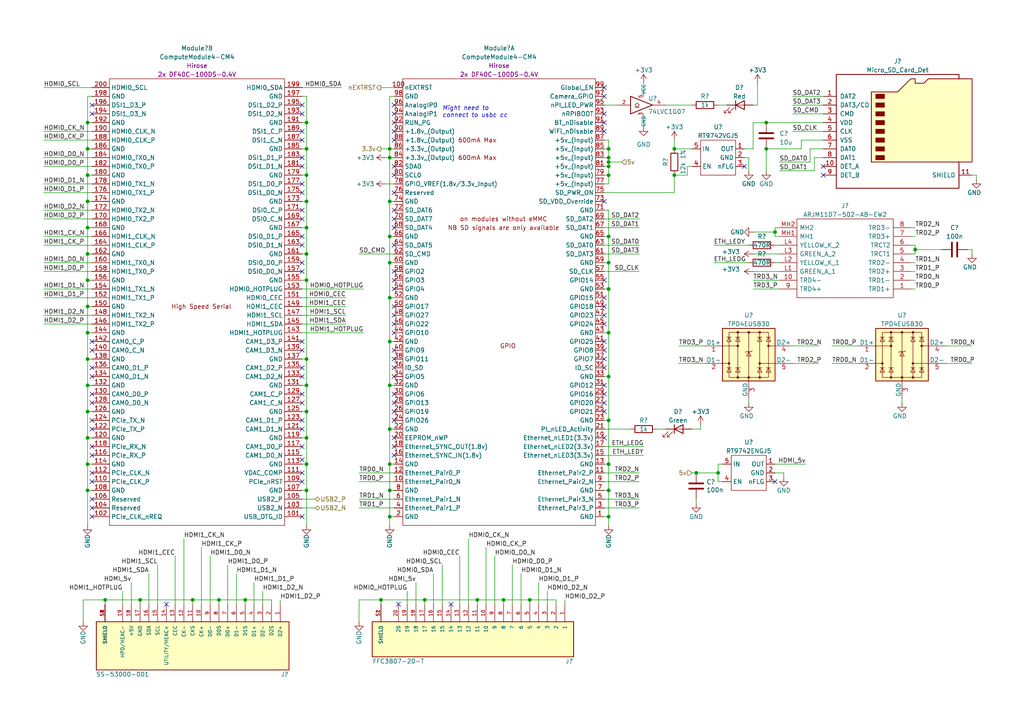
<source format=kicad_sch>
(kicad_sch (version 20210406) (generator eeschema)
  (paper "A4")
  (junction (at 25.4 35.56) (diameter 0.9144))
  (junction (at 25.4 43.18) (diameter 0.9144))
  (junction (at 25.4 50.8) (diameter 0.9144))
  (junction (at 25.4 58.42) (diameter 0.9144))
  (junction (at 25.4 66.04) (diameter 0.9144))
  (junction (at 25.4 73.66) (diameter 0.9144))
  (junction (at 25.4 81.28) (diameter 0.9144))
  (junction (at 25.4 88.9) (diameter 0.9144))
  (junction (at 25.4 96.52) (diameter 0.9144))
  (junction (at 25.4 104.14) (diameter 0.9144))
  (junction (at 25.4 111.76) (diameter 0.9144))
  (junction (at 25.4 119.38) (diameter 0.9144))
  (junction (at 25.4 127) (diameter 0.9144))
  (junction (at 25.4 134.62) (diameter 0.9144))
  (junction (at 25.4 142.24) (diameter 0.9144))
  (junction (at 30.48 173.99) (diameter 0.9144))
  (junction (at 40.64 173.99) (diameter 0.9144))
  (junction (at 55.88 173.99) (diameter 0.9144))
  (junction (at 63.5 173.99) (diameter 0.9144))
  (junction (at 71.12 173.99) (diameter 0.9144))
  (junction (at 88.9 35.56) (diameter 0.9144))
  (junction (at 88.9 43.18) (diameter 0.9144))
  (junction (at 88.9 50.8) (diameter 0.9144))
  (junction (at 88.9 58.42) (diameter 0.9144))
  (junction (at 88.9 66.04) (diameter 0.9144))
  (junction (at 88.9 73.66) (diameter 0.9144))
  (junction (at 88.9 81.28) (diameter 0.9144))
  (junction (at 88.9 104.14) (diameter 0.9144))
  (junction (at 88.9 111.76) (diameter 0.9144))
  (junction (at 88.9 119.38) (diameter 0.9144))
  (junction (at 88.9 127) (diameter 0.9144))
  (junction (at 88.9 134.62) (diameter 0.9144))
  (junction (at 88.9 142.24) (diameter 0.9144))
  (junction (at 110.49 173.99) (diameter 0.9144))
  (junction (at 113.03 43.18) (diameter 0.9144))
  (junction (at 113.03 45.72) (diameter 0.9144))
  (junction (at 113.03 58.42) (diameter 0.9144))
  (junction (at 113.03 68.58) (diameter 0.9144))
  (junction (at 113.03 76.2) (diameter 0.9144))
  (junction (at 113.03 86.36) (diameter 0.9144))
  (junction (at 113.03 99.06) (diameter 0.9144))
  (junction (at 113.03 111.76) (diameter 0.9144))
  (junction (at 113.03 124.46) (diameter 0.9144))
  (junction (at 113.03 134.62) (diameter 0.9144))
  (junction (at 113.03 142.24) (diameter 0.9144))
  (junction (at 113.03 149.86) (diameter 0.9144))
  (junction (at 123.19 173.99) (diameter 0.9144))
  (junction (at 138.43 173.99) (diameter 0.9144))
  (junction (at 146.05 173.99) (diameter 0.9144))
  (junction (at 153.67 173.99) (diameter 0.9144))
  (junction (at 176.53 43.18) (diameter 0.9144))
  (junction (at 176.53 45.72) (diameter 0.9144))
  (junction (at 176.53 46.99) (diameter 0.9144))
  (junction (at 176.53 48.26) (diameter 0.9144))
  (junction (at 176.53 50.8) (diameter 0.9144))
  (junction (at 176.53 68.58) (diameter 0.9144))
  (junction (at 176.53 76.2) (diameter 0.9144))
  (junction (at 176.53 83.82) (diameter 0.9144))
  (junction (at 176.53 96.52) (diameter 0.9144))
  (junction (at 176.53 109.22) (diameter 0.9144))
  (junction (at 176.53 121.92) (diameter 0.9144))
  (junction (at 176.53 134.62) (diameter 0.9144))
  (junction (at 176.53 142.24) (diameter 0.9144))
  (junction (at 176.53 149.86) (diameter 0.9144))
  (junction (at 195.58 43.18) (diameter 0.9144))
  (junction (at 195.58 50.8) (diameter 0.9144))
  (junction (at 201.93 137.16) (diameter 0.9144))
  (junction (at 208.28 137.16) (diameter 0.9144))
  (junction (at 222.25 35.56) (diameter 0.9144))
  (junction (at 222.25 43.18) (diameter 0.9144))
  (junction (at 224.79 67.31) (diameter 0.9144))
  (junction (at 265.43 72.39) (diameter 0.9144))
  (no_connect (at 26.67 30.48))
  (no_connect (at 26.67 33.02))
  (no_connect (at 26.67 99.06))
  (no_connect (at 26.67 101.6))
  (no_connect (at 26.67 106.68))
  (no_connect (at 26.67 109.22))
  (no_connect (at 26.67 114.3))
  (no_connect (at 26.67 116.84))
  (no_connect (at 26.67 121.92))
  (no_connect (at 26.67 124.46))
  (no_connect (at 26.67 129.54))
  (no_connect (at 26.67 132.08))
  (no_connect (at 26.67 137.16))
  (no_connect (at 26.67 139.7))
  (no_connect (at 26.67 144.78))
  (no_connect (at 26.67 147.32))
  (no_connect (at 26.67 149.86))
  (no_connect (at 48.26 175.26))
  (no_connect (at 87.63 30.48))
  (no_connect (at 87.63 33.02))
  (no_connect (at 87.63 38.1))
  (no_connect (at 87.63 40.64))
  (no_connect (at 87.63 45.72))
  (no_connect (at 87.63 48.26))
  (no_connect (at 87.63 53.34))
  (no_connect (at 87.63 55.88))
  (no_connect (at 87.63 60.96))
  (no_connect (at 87.63 63.5))
  (no_connect (at 87.63 68.58))
  (no_connect (at 87.63 71.12))
  (no_connect (at 87.63 76.2))
  (no_connect (at 87.63 78.74))
  (no_connect (at 87.63 99.06))
  (no_connect (at 87.63 101.6))
  (no_connect (at 87.63 106.68))
  (no_connect (at 87.63 109.22))
  (no_connect (at 87.63 114.3))
  (no_connect (at 87.63 116.84))
  (no_connect (at 87.63 121.92))
  (no_connect (at 87.63 124.46))
  (no_connect (at 87.63 129.54))
  (no_connect (at 87.63 133.35))
  (no_connect (at 87.63 137.16))
  (no_connect (at 87.63 139.7))
  (no_connect (at 87.63 149.86))
  (no_connect (at 114.3 30.48))
  (no_connect (at 114.3 33.02))
  (no_connect (at 114.3 35.56))
  (no_connect (at 114.3 38.1))
  (no_connect (at 114.3 40.64))
  (no_connect (at 114.3 48.26))
  (no_connect (at 114.3 50.8))
  (no_connect (at 114.3 55.88))
  (no_connect (at 114.3 60.96))
  (no_connect (at 114.3 63.5))
  (no_connect (at 114.3 66.04))
  (no_connect (at 114.3 71.12))
  (no_connect (at 114.3 78.74))
  (no_connect (at 114.3 81.28))
  (no_connect (at 114.3 83.82))
  (no_connect (at 114.3 88.9))
  (no_connect (at 114.3 91.44))
  (no_connect (at 114.3 93.98))
  (no_connect (at 114.3 96.52))
  (no_connect (at 114.3 101.6))
  (no_connect (at 114.3 104.14))
  (no_connect (at 114.3 106.68))
  (no_connect (at 114.3 109.22))
  (no_connect (at 114.3 114.3))
  (no_connect (at 114.3 116.84))
  (no_connect (at 114.3 119.38))
  (no_connect (at 114.3 121.92))
  (no_connect (at 114.3 127))
  (no_connect (at 114.3 129.54))
  (no_connect (at 114.3 132.08))
  (no_connect (at 115.57 175.26))
  (no_connect (at 130.81 175.26))
  (no_connect (at 175.26 25.4))
  (no_connect (at 175.26 27.94))
  (no_connect (at 175.26 33.02))
  (no_connect (at 175.26 35.56))
  (no_connect (at 175.26 38.1))
  (no_connect (at 175.26 58.42))
  (no_connect (at 175.26 81.28))
  (no_connect (at 175.26 86.36))
  (no_connect (at 175.26 88.9))
  (no_connect (at 175.26 91.44))
  (no_connect (at 175.26 93.98))
  (no_connect (at 175.26 99.06))
  (no_connect (at 175.26 101.6))
  (no_connect (at 175.26 104.14))
  (no_connect (at 175.26 106.68))
  (no_connect (at 175.26 111.76))
  (no_connect (at 175.26 114.3))
  (no_connect (at 175.26 116.84))
  (no_connect (at 175.26 119.38))
  (no_connect (at 175.26 127))
  (no_connect (at 215.9 48.26))
  (no_connect (at 224.79 139.7))
  (no_connect (at 238.76 48.26))
  (no_connect (at 238.76 50.8))
  (wire (pts (xy 12.7 25.4) (xy 26.67 25.4)))
  (wire (pts (xy 12.7 38.1) (xy 26.67 38.1)))
  (wire (pts (xy 12.7 40.64) (xy 26.67 40.64)))
  (wire (pts (xy 12.7 45.72) (xy 26.67 45.72)))
  (wire (pts (xy 12.7 48.26) (xy 26.67 48.26)))
  (wire (pts (xy 12.7 53.34) (xy 26.67 53.34)))
  (wire (pts (xy 12.7 55.88) (xy 26.67 55.88)))
  (wire (pts (xy 12.7 60.96) (xy 26.67 60.96)))
  (wire (pts (xy 12.7 63.5) (xy 26.67 63.5)))
  (wire (pts (xy 12.7 68.58) (xy 26.67 68.58)))
  (wire (pts (xy 12.7 71.12) (xy 26.67 71.12)))
  (wire (pts (xy 12.7 76.2) (xy 26.67 76.2)))
  (wire (pts (xy 12.7 78.74) (xy 26.67 78.74)))
  (wire (pts (xy 12.7 83.82) (xy 26.67 83.82)))
  (wire (pts (xy 12.7 86.36) (xy 26.67 86.36)))
  (wire (pts (xy 12.7 91.44) (xy 26.67 91.44)))
  (wire (pts (xy 12.7 93.98) (xy 26.67 93.98)))
  (wire (pts (xy 24.13 173.99) (xy 24.13 180.34)))
  (wire (pts (xy 25.4 27.94) (xy 25.4 35.56)))
  (wire (pts (xy 25.4 27.94) (xy 26.67 27.94)))
  (wire (pts (xy 25.4 35.56) (xy 25.4 43.18)))
  (wire (pts (xy 25.4 35.56) (xy 26.67 35.56)))
  (wire (pts (xy 25.4 43.18) (xy 25.4 50.8)))
  (wire (pts (xy 25.4 43.18) (xy 26.67 43.18)))
  (wire (pts (xy 25.4 50.8) (xy 25.4 58.42)))
  (wire (pts (xy 25.4 50.8) (xy 26.67 50.8)))
  (wire (pts (xy 25.4 58.42) (xy 25.4 66.04)))
  (wire (pts (xy 25.4 58.42) (xy 26.67 58.42)))
  (wire (pts (xy 25.4 66.04) (xy 25.4 73.66)))
  (wire (pts (xy 25.4 66.04) (xy 26.67 66.04)))
  (wire (pts (xy 25.4 73.66) (xy 25.4 81.28)))
  (wire (pts (xy 25.4 73.66) (xy 26.67 73.66)))
  (wire (pts (xy 25.4 81.28) (xy 25.4 88.9)))
  (wire (pts (xy 25.4 81.28) (xy 26.67 81.28)))
  (wire (pts (xy 25.4 88.9) (xy 25.4 96.52)))
  (wire (pts (xy 25.4 88.9) (xy 26.67 88.9)))
  (wire (pts (xy 25.4 96.52) (xy 25.4 104.14)))
  (wire (pts (xy 25.4 96.52) (xy 26.67 96.52)))
  (wire (pts (xy 25.4 104.14) (xy 25.4 111.76)))
  (wire (pts (xy 25.4 104.14) (xy 26.67 104.14)))
  (wire (pts (xy 25.4 111.76) (xy 25.4 119.38)))
  (wire (pts (xy 25.4 111.76) (xy 26.67 111.76)))
  (wire (pts (xy 25.4 119.38) (xy 25.4 127)))
  (wire (pts (xy 25.4 119.38) (xy 26.67 119.38)))
  (wire (pts (xy 25.4 127) (xy 25.4 134.62)))
  (wire (pts (xy 25.4 127) (xy 26.67 127)))
  (wire (pts (xy 25.4 134.62) (xy 25.4 142.24)))
  (wire (pts (xy 25.4 134.62) (xy 26.67 134.62)))
  (wire (pts (xy 25.4 142.24) (xy 25.4 152.4)))
  (wire (pts (xy 25.4 142.24) (xy 26.67 142.24)))
  (wire (pts (xy 30.48 173.99) (xy 24.13 173.99)))
  (wire (pts (xy 30.48 173.99) (xy 40.64 173.99)))
  (wire (pts (xy 30.48 175.26) (xy 30.48 173.99)))
  (wire (pts (xy 35.56 171.45) (xy 35.56 175.26)))
  (wire (pts (xy 38.1 168.91) (xy 38.1 175.26)))
  (wire (pts (xy 40.64 173.99) (xy 40.64 175.26)))
  (wire (pts (xy 40.64 173.99) (xy 55.88 173.99)))
  (wire (pts (xy 43.18 166.37) (xy 43.18 175.26)))
  (wire (pts (xy 45.72 163.83) (xy 45.72 175.26)))
  (wire (pts (xy 50.8 161.29) (xy 50.8 175.26)))
  (wire (pts (xy 53.34 156.21) (xy 53.34 175.26)))
  (wire (pts (xy 55.88 173.99) (xy 55.88 175.26)))
  (wire (pts (xy 55.88 173.99) (xy 63.5 173.99)))
  (wire (pts (xy 58.42 158.75) (xy 58.42 175.26)))
  (wire (pts (xy 60.96 175.26) (xy 60.96 161.29)))
  (wire (pts (xy 63.5 173.99) (xy 63.5 175.26)))
  (wire (pts (xy 63.5 173.99) (xy 71.12 173.99)))
  (wire (pts (xy 66.04 163.83) (xy 66.04 175.26)))
  (wire (pts (xy 68.58 166.37) (xy 68.58 175.26)))
  (wire (pts (xy 71.12 173.99) (xy 71.12 175.26)))
  (wire (pts (xy 71.12 173.99) (xy 78.74 173.99)))
  (wire (pts (xy 73.66 168.91) (xy 73.66 175.26)))
  (wire (pts (xy 76.2 171.45) (xy 76.2 175.26)))
  (wire (pts (xy 78.74 175.26) (xy 78.74 173.99)))
  (wire (pts (xy 81.28 173.99) (xy 81.28 175.26)))
  (wire (pts (xy 87.63 25.4) (xy 99.06 25.4)))
  (wire (pts (xy 87.63 27.94) (xy 88.9 27.94)))
  (wire (pts (xy 87.63 35.56) (xy 88.9 35.56)))
  (wire (pts (xy 87.63 43.18) (xy 88.9 43.18)))
  (wire (pts (xy 87.63 50.8) (xy 88.9 50.8)))
  (wire (pts (xy 87.63 58.42) (xy 88.9 58.42)))
  (wire (pts (xy 87.63 66.04) (xy 88.9 66.04)))
  (wire (pts (xy 87.63 73.66) (xy 88.9 73.66)))
  (wire (pts (xy 87.63 81.28) (xy 88.9 81.28)))
  (wire (pts (xy 87.63 83.82) (xy 105.41 83.82)))
  (wire (pts (xy 87.63 86.36) (xy 100.33 86.36)))
  (wire (pts (xy 87.63 88.9) (xy 100.33 88.9)))
  (wire (pts (xy 87.63 91.44) (xy 100.33 91.44)))
  (wire (pts (xy 87.63 93.98) (xy 100.33 93.98)))
  (wire (pts (xy 87.63 96.52) (xy 105.41 96.52)))
  (wire (pts (xy 87.63 104.14) (xy 88.9 104.14)))
  (wire (pts (xy 87.63 111.76) (xy 88.9 111.76)))
  (wire (pts (xy 87.63 119.38) (xy 88.9 119.38)))
  (wire (pts (xy 87.63 127) (xy 88.9 127)))
  (wire (pts (xy 87.63 134.62) (xy 88.9 134.62)))
  (wire (pts (xy 87.63 142.24) (xy 88.9 142.24)))
  (wire (pts (xy 87.63 144.78) (xy 91.44 144.78)))
  (wire (pts (xy 87.63 147.32) (xy 91.44 147.32)))
  (wire (pts (xy 88.9 27.94) (xy 88.9 35.56)))
  (wire (pts (xy 88.9 35.56) (xy 88.9 43.18)))
  (wire (pts (xy 88.9 43.18) (xy 88.9 50.8)))
  (wire (pts (xy 88.9 50.8) (xy 88.9 58.42)))
  (wire (pts (xy 88.9 58.42) (xy 88.9 66.04)))
  (wire (pts (xy 88.9 66.04) (xy 88.9 73.66)))
  (wire (pts (xy 88.9 73.66) (xy 88.9 81.28)))
  (wire (pts (xy 88.9 81.28) (xy 88.9 104.14)))
  (wire (pts (xy 88.9 104.14) (xy 88.9 111.76)))
  (wire (pts (xy 88.9 111.76) (xy 88.9 119.38)))
  (wire (pts (xy 88.9 119.38) (xy 88.9 127)))
  (wire (pts (xy 88.9 127) (xy 88.9 134.62)))
  (wire (pts (xy 88.9 134.62) (xy 88.9 142.24)))
  (wire (pts (xy 88.9 142.24) (xy 88.9 152.4)))
  (wire (pts (xy 104.14 73.66) (xy 114.3 73.66)))
  (wire (pts (xy 104.14 137.16) (xy 114.3 137.16)))
  (wire (pts (xy 104.14 139.7) (xy 114.3 139.7)))
  (wire (pts (xy 104.14 144.78) (xy 114.3 144.78)))
  (wire (pts (xy 104.14 147.32) (xy 114.3 147.32)))
  (wire (pts (xy 104.14 173.99) (xy 104.14 180.34)))
  (wire (pts (xy 104.14 173.99) (xy 110.49 173.99)))
  (wire (pts (xy 110.49 25.4) (xy 114.3 25.4)))
  (wire (pts (xy 110.49 43.18) (xy 113.03 43.18)))
  (wire (pts (xy 110.49 173.99) (xy 123.19 173.99)))
  (wire (pts (xy 110.49 175.26) (xy 110.49 173.99)))
  (wire (pts (xy 111.76 45.72) (xy 113.03 45.72)))
  (wire (pts (xy 111.76 53.34) (xy 114.3 53.34)))
  (wire (pts (xy 113.03 27.94) (xy 113.03 43.18)))
  (wire (pts (xy 113.03 27.94) (xy 114.3 27.94)))
  (wire (pts (xy 113.03 43.18) (xy 113.03 45.72)))
  (wire (pts (xy 113.03 43.18) (xy 114.3 43.18)))
  (wire (pts (xy 113.03 45.72) (xy 113.03 58.42)))
  (wire (pts (xy 113.03 45.72) (xy 114.3 45.72)))
  (wire (pts (xy 113.03 58.42) (xy 113.03 68.58)))
  (wire (pts (xy 113.03 58.42) (xy 114.3 58.42)))
  (wire (pts (xy 113.03 68.58) (xy 113.03 76.2)))
  (wire (pts (xy 113.03 68.58) (xy 114.3 68.58)))
  (wire (pts (xy 113.03 76.2) (xy 113.03 86.36)))
  (wire (pts (xy 113.03 76.2) (xy 114.3 76.2)))
  (wire (pts (xy 113.03 86.36) (xy 113.03 99.06)))
  (wire (pts (xy 113.03 86.36) (xy 114.3 86.36)))
  (wire (pts (xy 113.03 99.06) (xy 113.03 111.76)))
  (wire (pts (xy 113.03 99.06) (xy 114.3 99.06)))
  (wire (pts (xy 113.03 111.76) (xy 113.03 124.46)))
  (wire (pts (xy 113.03 111.76) (xy 114.3 111.76)))
  (wire (pts (xy 113.03 124.46) (xy 113.03 134.62)))
  (wire (pts (xy 113.03 124.46) (xy 114.3 124.46)))
  (wire (pts (xy 113.03 134.62) (xy 113.03 142.24)))
  (wire (pts (xy 113.03 134.62) (xy 114.3 134.62)))
  (wire (pts (xy 113.03 142.24) (xy 113.03 149.86)))
  (wire (pts (xy 113.03 142.24) (xy 114.3 142.24)))
  (wire (pts (xy 113.03 149.86) (xy 113.03 152.4)))
  (wire (pts (xy 113.03 149.86) (xy 114.3 149.86)))
  (wire (pts (xy 118.11 171.45) (xy 118.11 175.26)))
  (wire (pts (xy 120.65 168.91) (xy 120.65 175.26)))
  (wire (pts (xy 123.19 175.26) (xy 123.19 173.99)))
  (wire (pts (xy 125.73 166.37) (xy 125.73 175.26)))
  (wire (pts (xy 128.27 163.83) (xy 128.27 175.26)))
  (wire (pts (xy 133.35 161.29) (xy 133.35 175.26)))
  (wire (pts (xy 135.89 156.21) (xy 135.89 175.26)))
  (wire (pts (xy 138.43 173.99) (xy 123.19 173.99)))
  (wire (pts (xy 138.43 173.99) (xy 138.43 175.26)))
  (wire (pts (xy 140.97 158.75) (xy 140.97 175.26)))
  (wire (pts (xy 143.51 175.26) (xy 143.51 161.29)))
  (wire (pts (xy 146.05 173.99) (xy 138.43 173.99)))
  (wire (pts (xy 146.05 173.99) (xy 146.05 175.26)))
  (wire (pts (xy 148.59 163.83) (xy 148.59 175.26)))
  (wire (pts (xy 151.13 166.37) (xy 151.13 175.26)))
  (wire (pts (xy 153.67 173.99) (xy 146.05 173.99)))
  (wire (pts (xy 153.67 173.99) (xy 161.29 173.99)))
  (wire (pts (xy 153.67 175.26) (xy 153.67 173.99)))
  (wire (pts (xy 156.21 168.91) (xy 156.21 175.26)))
  (wire (pts (xy 158.75 171.45) (xy 158.75 175.26)))
  (wire (pts (xy 161.29 175.26) (xy 161.29 173.99)))
  (wire (pts (xy 163.83 173.99) (xy 163.83 175.26)))
  (wire (pts (xy 175.26 30.48) (xy 179.07 30.48)))
  (wire (pts (xy 175.26 40.64) (xy 176.53 40.64)))
  (wire (pts (xy 175.26 43.18) (xy 176.53 43.18)))
  (wire (pts (xy 175.26 45.72) (xy 176.53 45.72)))
  (wire (pts (xy 175.26 48.26) (xy 176.53 48.26)))
  (wire (pts (xy 175.26 50.8) (xy 176.53 50.8)))
  (wire (pts (xy 175.26 55.88) (xy 195.58 55.88)))
  (wire (pts (xy 175.26 63.5) (xy 185.42 63.5)))
  (wire (pts (xy 175.26 66.04) (xy 185.42 66.04)))
  (wire (pts (xy 175.26 71.12) (xy 185.42 71.12)))
  (wire (pts (xy 175.26 73.66) (xy 185.42 73.66)))
  (wire (pts (xy 175.26 78.74) (xy 185.42 78.74)))
  (wire (pts (xy 175.26 121.92) (xy 176.53 121.92)))
  (wire (pts (xy 175.26 124.46) (xy 182.88 124.46)))
  (wire (pts (xy 175.26 129.54) (xy 186.69 129.54)))
  (wire (pts (xy 175.26 132.08) (xy 186.69 132.08)))
  (wire (pts (xy 175.26 137.16) (xy 185.42 137.16)))
  (wire (pts (xy 175.26 139.7) (xy 185.42 139.7)))
  (wire (pts (xy 175.26 144.78) (xy 185.42 144.78)))
  (wire (pts (xy 175.26 147.32) (xy 185.42 147.32)))
  (wire (pts (xy 176.53 40.64) (xy 176.53 43.18)))
  (wire (pts (xy 176.53 43.18) (xy 176.53 45.72)))
  (wire (pts (xy 176.53 45.72) (xy 176.53 46.99)))
  (wire (pts (xy 176.53 46.99) (xy 176.53 48.26)))
  (wire (pts (xy 176.53 46.99) (xy 180.34 46.99)))
  (wire (pts (xy 176.53 48.26) (xy 176.53 50.8)))
  (wire (pts (xy 176.53 50.8) (xy 176.53 53.34)))
  (wire (pts (xy 176.53 53.34) (xy 175.26 53.34)))
  (wire (pts (xy 176.53 60.96) (xy 175.26 60.96)))
  (wire (pts (xy 176.53 60.96) (xy 176.53 68.58)))
  (wire (pts (xy 176.53 68.58) (xy 175.26 68.58)))
  (wire (pts (xy 176.53 68.58) (xy 176.53 76.2)))
  (wire (pts (xy 176.53 76.2) (xy 175.26 76.2)))
  (wire (pts (xy 176.53 76.2) (xy 176.53 83.82)))
  (wire (pts (xy 176.53 83.82) (xy 175.26 83.82)))
  (wire (pts (xy 176.53 83.82) (xy 176.53 96.52)))
  (wire (pts (xy 176.53 96.52) (xy 175.26 96.52)))
  (wire (pts (xy 176.53 96.52) (xy 176.53 109.22)))
  (wire (pts (xy 176.53 109.22) (xy 175.26 109.22)))
  (wire (pts (xy 176.53 109.22) (xy 176.53 121.92)))
  (wire (pts (xy 176.53 121.92) (xy 176.53 134.62)))
  (wire (pts (xy 176.53 134.62) (xy 175.26 134.62)))
  (wire (pts (xy 176.53 134.62) (xy 176.53 142.24)))
  (wire (pts (xy 176.53 142.24) (xy 175.26 142.24)))
  (wire (pts (xy 176.53 142.24) (xy 176.53 149.86)))
  (wire (pts (xy 176.53 149.86) (xy 175.26 149.86)))
  (wire (pts (xy 176.53 149.86) (xy 176.53 152.4)))
  (wire (pts (xy 186.69 24.13) (xy 186.69 27.94)))
  (wire (pts (xy 186.69 33.02) (xy 186.69 36.83)))
  (wire (pts (xy 190.5 124.46) (xy 193.04 124.46)))
  (wire (pts (xy 193.04 30.48) (xy 200.66 30.48)))
  (wire (pts (xy 195.58 40.64) (xy 195.58 43.18)))
  (wire (pts (xy 195.58 43.18) (xy 200.66 43.18)))
  (wire (pts (xy 195.58 50.8) (xy 199.39 50.8)))
  (wire (pts (xy 195.58 55.88) (xy 195.58 50.8)))
  (wire (pts (xy 196.85 100.33) (xy 204.47 100.33)))
  (wire (pts (xy 196.85 105.41) (xy 204.47 105.41)))
  (wire (pts (xy 199.39 48.26) (xy 200.66 48.26)))
  (wire (pts (xy 199.39 50.8) (xy 199.39 48.26)))
  (wire (pts (xy 200.66 124.46) (xy 203.2 124.46)))
  (wire (pts (xy 200.66 137.16) (xy 201.93 137.16)))
  (wire (pts (xy 201.93 137.16) (xy 208.28 137.16)))
  (wire (pts (xy 201.93 144.78) (xy 201.93 146.05)))
  (wire (pts (xy 203.2 124.46) (xy 203.2 123.19)))
  (wire (pts (xy 207.01 71.12) (xy 217.17 71.12)))
  (wire (pts (xy 207.01 76.2) (xy 217.17 76.2)))
  (wire (pts (xy 208.28 30.48) (xy 210.82 30.48)))
  (wire (pts (xy 208.28 134.62) (xy 209.55 134.62)))
  (wire (pts (xy 208.28 137.16) (xy 208.28 134.62)))
  (wire (pts (xy 208.28 137.16) (xy 208.28 139.7)))
  (wire (pts (xy 208.28 139.7) (xy 209.55 139.7)))
  (wire (pts (xy 215.9 43.18) (xy 218.44 43.18)))
  (wire (pts (xy 215.9 45.72) (xy 217.17 45.72)))
  (wire (pts (xy 217.17 45.72) (xy 217.17 49.53)))
  (wire (pts (xy 217.17 115.57) (xy 217.17 116.84)))
  (wire (pts (xy 218.44 30.48) (xy 219.71 30.48)))
  (wire (pts (xy 218.44 35.56) (xy 222.25 35.56)))
  (wire (pts (xy 218.44 43.18) (xy 218.44 35.56)))
  (wire (pts (xy 218.44 73.66) (xy 226.06 73.66)))
  (wire (pts (xy 218.44 78.74) (xy 226.06 78.74)))
  (wire (pts (xy 218.44 81.28) (xy 226.06 81.28)))
  (wire (pts (xy 218.44 83.82) (xy 226.06 83.82)))
  (wire (pts (xy 219.71 30.48) (xy 219.71 24.13)))
  (wire (pts (xy 222.25 35.56) (xy 238.76 35.56)))
  (wire (pts (xy 222.25 43.18) (xy 222.25 49.53)))
  (wire (pts (xy 222.25 43.18) (xy 232.41 43.18)))
  (wire (pts (xy 224.79 66.04) (xy 224.79 67.31)))
  (wire (pts (xy 224.79 67.31) (xy 218.44 67.31)))
  (wire (pts (xy 224.79 68.58) (xy 224.79 67.31)))
  (wire (pts (xy 224.79 71.12) (xy 226.06 71.12)))
  (wire (pts (xy 224.79 76.2) (xy 226.06 76.2)))
  (wire (pts (xy 224.79 134.62) (xy 233.68 134.62)))
  (wire (pts (xy 224.79 137.16) (xy 227.33 137.16)))
  (wire (pts (xy 226.06 46.99) (xy 234.95 46.99)))
  (wire (pts (xy 226.06 49.53) (xy 236.22 49.53)))
  (wire (pts (xy 226.06 66.04) (xy 224.79 66.04)))
  (wire (pts (xy 226.06 68.58) (xy 224.79 68.58)))
  (wire (pts (xy 227.33 137.16) (xy 227.33 138.43)))
  (wire (pts (xy 229.87 27.94) (xy 238.76 27.94)))
  (wire (pts (xy 229.87 30.48) (xy 238.76 30.48)))
  (wire (pts (xy 229.87 33.02) (xy 238.76 33.02)))
  (wire (pts (xy 229.87 38.1) (xy 238.76 38.1)))
  (wire (pts (xy 229.87 100.33) (xy 237.49 100.33)))
  (wire (pts (xy 229.87 105.41) (xy 237.49 105.41)))
  (wire (pts (xy 232.41 40.64) (xy 232.41 43.18)))
  (wire (pts (xy 234.95 43.18) (xy 234.95 46.99)))
  (wire (pts (xy 236.22 45.72) (xy 236.22 49.53)))
  (wire (pts (xy 238.76 40.64) (xy 232.41 40.64)))
  (wire (pts (xy 238.76 43.18) (xy 234.95 43.18)))
  (wire (pts (xy 238.76 45.72) (xy 236.22 45.72)))
  (wire (pts (xy 241.3 100.33) (xy 248.92 100.33)))
  (wire (pts (xy 241.3 105.41) (xy 248.92 105.41)))
  (wire (pts (xy 261.62 115.57) (xy 261.62 116.84)))
  (wire (pts (xy 264.16 66.04) (xy 265.43 66.04)))
  (wire (pts (xy 264.16 68.58) (xy 265.43 68.58)))
  (wire (pts (xy 264.16 71.12) (xy 265.43 71.12)))
  (wire (pts (xy 264.16 73.66) (xy 265.43 73.66)))
  (wire (pts (xy 264.16 76.2) (xy 265.43 76.2)))
  (wire (pts (xy 264.16 78.74) (xy 265.43 78.74)))
  (wire (pts (xy 264.16 81.28) (xy 265.43 81.28)))
  (wire (pts (xy 264.16 83.82) (xy 265.43 83.82)))
  (wire (pts (xy 265.43 71.12) (xy 265.43 72.39)))
  (wire (pts (xy 265.43 72.39) (xy 273.05 72.39)))
  (wire (pts (xy 265.43 73.66) (xy 265.43 72.39)))
  (wire (pts (xy 274.32 100.33) (xy 281.94 100.33)))
  (wire (pts (xy 274.32 105.41) (xy 281.94 105.41)))
  (wire (pts (xy 280.67 72.39) (xy 281.94 72.39)))
  (wire (pts (xy 281.94 50.8) (xy 283.21 50.8)))
  (wire (pts (xy 281.94 72.39) (xy 281.94 73.66)))
  (wire (pts (xy 283.21 50.8) (xy 283.21 52.07)))
  (text "Might need to\nconnect to usbc cc" (at 128.27 34.29 0) (effects (font (size 1.27 1.27) italic) (justify left bottom)))
  (label "HDMI0_SCL" (at 12.7 25.4 0))
  (label "HDMI0_CK_N" (at 12.7 38.1 0))
  (label "HDMI0_CK_P" (at 12.7 40.64 0))
  (label "HDMI0_D0_N" (at 12.7 45.72 0))
  (label "HDMI0_D0_P" (at 12.7 48.26 0))
  (label "HDMI0_D1_N" (at 12.7 53.34 0))
  (label "HDMI0_D1_P" (at 12.7 55.88 0))
  (label "HDMI0_D2_N" (at 12.7 60.96 0))
  (label "HDMI0_D2_P" (at 12.7 63.5 0))
  (label "HDMI1_CK_N" (at 12.7 68.58 0))
  (label "HDMI1_CK_P" (at 12.7 71.12 0))
  (label "HDMI1_D0_N" (at 12.7 76.2 0))
  (label "HDMI1_D0_P" (at 12.7 78.74 0))
  (label "HDMI1_D1_N" (at 12.7 83.82 0))
  (label "HDMI1_D1_P" (at 12.7 86.36 0))
  (label "HDMI1_D2_N" (at 12.7 91.44 0))
  (label "HDMI1_D2_P" (at 12.7 93.98 0))
  (label "HDMI1_HOTPLUG" (at 35.56 171.45 180))
  (label "HDMI_5v" (at 38.1 168.91 180))
  (label "HDMI1_SDA" (at 43.18 166.37 180))
  (label "HDMI1_SCL" (at 45.72 163.83 180))
  (label "HDMI1_CEC" (at 50.8 161.29 180))
  (label "HDMI1_CK_N" (at 53.34 156.21 0))
  (label "HDMI1_CK_P" (at 58.42 158.75 0))
  (label "HDMI1_D0_N" (at 60.96 161.29 0))
  (label "HDMI1_D0_P" (at 66.04 163.83 0))
  (label "HDMI1_D1_N" (at 68.58 166.37 0))
  (label "HDMI1_D1_P" (at 73.66 168.91 0))
  (label "HDMI1_D2_N" (at 76.2 171.45 0))
  (label "HDMI1_D2_P" (at 81.28 173.99 0))
  (label "HDMI0_SDA" (at 99.06 25.4 180))
  (label "HDMI0_CEC" (at 100.33 86.36 180))
  (label "HDMI1_CEC" (at 100.33 88.9 180))
  (label "HDMI1_SCL" (at 100.33 91.44 180))
  (label "HDMI1_SDA" (at 100.33 93.98 180))
  (label "SD_CMD" (at 104.14 73.66 0))
  (label "TRD0_N" (at 104.14 137.16 0))
  (label "TRD0_P" (at 104.14 139.7 0))
  (label "TRD1_N" (at 104.14 144.78 0))
  (label "TRD1_P" (at 104.14 147.32 0))
  (label "HDMI0_HOTPLUG" (at 105.41 83.82 180))
  (label "HDMI1_HOTPLUG" (at 105.41 96.52 180))
  (label "HDMI0_HOTPLUG" (at 118.11 171.45 180))
  (label "HDMI_5v" (at 120.65 168.91 180))
  (label "HDMI0_SDA" (at 125.73 166.37 180))
  (label "HDMI0_SCL" (at 128.27 163.83 180))
  (label "HDMI0_CEC" (at 133.35 161.29 180))
  (label "HDMI0_CK_N" (at 135.89 156.21 0))
  (label "HDMI0_CK_P" (at 140.97 158.75 0))
  (label "HDMI0_D0_N" (at 143.51 161.29 0))
  (label "HDMI0_D0_P" (at 148.59 163.83 0))
  (label "HDMI0_D1_N" (at 151.13 166.37 0))
  (label "HDMI0_D1_P" (at 156.21 168.91 0))
  (label "HDMI0_D2_N" (at 158.75 171.45 0))
  (label "HDMI0_D2_P" (at 163.83 173.99 0))
  (label "SD_DAT2" (at 185.42 63.5 180))
  (label "SD_DAT1" (at 185.42 66.04 180))
  (label "SD_DAT0" (at 185.42 71.12 180))
  (label "SD_DAT3" (at 185.42 73.66 180))
  (label "SD_CLK" (at 185.42 78.74 180))
  (label "TRD2_N" (at 185.42 137.16 180))
  (label "TRD2_P" (at 185.42 139.7 180))
  (label "TRD3_N" (at 185.42 144.78 180))
  (label "TRD3_P" (at 185.42 147.32 180))
  (label "ETH_LEDG" (at 186.69 129.54 180))
  (label "ETH_LEDY" (at 186.69 132.08 180))
  (label "TRD3_P" (at 196.85 100.33 0))
  (label "TRD3_N" (at 196.85 105.41 0))
  (label "ETH_LEDY" (at 207.01 71.12 0))
  (label "ETH_LEDG" (at 207.01 76.2 0))
  (label "TRD3_N" (at 218.44 81.28 0))
  (label "TRD3_P" (at 218.44 83.82 0))
  (label "SD_DAT0" (at 226.06 46.99 0))
  (label "SD_DAT1" (at 226.06 49.53 0))
  (label "SD_DAT2" (at 229.87 27.94 0))
  (label "SD_DAT3" (at 229.87 30.48 0))
  (label "SD_CMD" (at 229.87 33.02 0))
  (label "SD_CLK" (at 229.87 38.1 0))
  (label "TRD2_N" (at 231.14 100.33 0))
  (label "TRD2_P" (at 231.14 105.41 0))
  (label "HDMI_5v" (at 233.68 134.62 180))
  (label "TRD0_P" (at 241.3 100.33 0))
  (label "TRD0_N" (at 241.3 105.41 0))
  (label "TRD2_N" (at 265.43 66.04 0))
  (label "TRD2_P" (at 265.43 68.58 0))
  (label "TRD1_N" (at 265.43 76.2 0))
  (label "TRD1_P" (at 265.43 78.74 0))
  (label "TRD0_N" (at 265.43 81.28 0))
  (label "TRD0_P" (at 265.43 83.82 0))
  (label "TRD0_N" (at 275.59 100.33 0))
  (label "TRD0_P" (at 275.59 105.41 0))
  (hierarchical_label "USB2_P" (shape bidirectional) (at 91.44 144.78 0))
  (hierarchical_label "USB2_N" (shape bidirectional) (at 91.44 147.32 0))
  (hierarchical_label "nEXTRST" (shape output) (at 110.49 25.4 180))
  (hierarchical_label "3.3v" (shape output) (at 110.49 43.18 180))
  (hierarchical_label "5v" (shape input) (at 180.34 46.99 0))
  (hierarchical_label "5v" (shape input) (at 200.66 137.16 180))
  (symbol (lib_id "power:+3.3V") (at 111.76 45.72 90) (unit 1)
    (property "Reference" "#PWR?" (effects hide))
    (property "Value" "+3.3V" (at 108.585 45.7199 90) (effects (justify left)))
  )
  (symbol (lib_id "power:+3.3V") (at 111.76 53.34 90) (unit 1)
    (property "Reference" "#PWR?" (effects hide))
    (property "Value" "+3.3V" (at 108.585 53.3399 90) (effects (justify left)))
  )
  (symbol (lib_id "power:+3.3V") (at 186.69 24.13 0) (unit 1)
    (property "Reference" "#PWR?" (effects hide))
    (property "Value" "+3.3V" (at 186.69 20.32 0))
  )
  (symbol (lib_id "power:+3.3V") (at 195.58 40.64 0) (unit 1)
    (property "Reference" "#PWR?" (effects hide))
    (property "Value" "+3.3V" (at 195.58 36.83 0))
  )
  (symbol (lib_id "power:+3.3V") (at 203.2 123.19 0) (unit 1)
    (property "Reference" "#PWR?" (effects hide))
    (property "Value" "+3.3V" (at 203.2 119.38 0))
  )
  (symbol (lib_id "power:+3.3V") (at 218.44 73.66 90) (unit 1)
    (property "Reference" "#PWR?" (effects hide))
    (property "Value" "+3.3V" (at 214.63 73.0249 90) (effects (justify left)))
  )
  (symbol (lib_id "power:+3.3V") (at 218.44 78.74 90) (unit 1)
    (property "Reference" "#PWR?" (effects hide))
    (property "Value" "+3.3V" (at 214.63 78.1049 90) (effects (justify left)))
  )
  (symbol (lib_id "power:+3.3V") (at 219.71 24.13 0) (unit 1)
    (property "Reference" "#PWR?" (effects hide))
    (property "Value" "+3.3V" (at 219.71 20.32 0))
  )
  (symbol (lib_id "power:GND") (at 24.13 180.34 0) (unit 1)
    (property "Reference" "#PWR?" (effects hide))
    (property "Value" "GND" (at 24.1301 182.88 90) (effects (justify right)))
  )
  (symbol (lib_id "power:GND") (at 25.4 152.4 0) (unit 1)
    (property "Reference" "#PWR?" (effects hide))
    (property "Value" "GND" (at 25.4001 154.94 90) (effects (justify right)))
  )
  (symbol (lib_id "power:GND") (at 88.9 152.4 0) (unit 1)
    (property "Reference" "#PWR?" (effects hide))
    (property "Value" "GND" (at 88.9001 154.94 90) (effects (justify right)))
  )
  (symbol (lib_id "power:GND") (at 104.14 180.34 0) (unit 1)
    (property "Reference" "#PWR?" (effects hide))
    (property "Value" "GND" (at 104.1401 182.88 90) (effects (justify right)))
  )
  (symbol (lib_id "power:GND") (at 113.03 152.4 0) (unit 1)
    (property "Reference" "#PWR?" (effects hide))
    (property "Value" "GND" (at 113.0301 154.94 90) (effects (justify right)))
  )
  (symbol (lib_id "power:GND") (at 176.53 152.4 0) (unit 1)
    (property "Reference" "#PWR?" (effects hide))
    (property "Value" "GND" (at 176.5301 154.94 90) (effects (justify right)))
  )
  (symbol (lib_id "power:GND") (at 186.69 36.83 0) (unit 1)
    (property "Reference" "#PWR?" (effects hide))
    (property "Value" "GND" (at 186.69 41.91 0))
  )
  (symbol (lib_id "power:GND") (at 201.93 146.05 0) (unit 1)
    (property "Reference" "#PWR?" (effects hide))
    (property "Value" "GND" (at 201.93 149.86 0))
  )
  (symbol (lib_id "power:GND") (at 217.17 49.53 0) (unit 1)
    (property "Reference" "#PWR?" (effects hide))
    (property "Value" "GND" (at 217.17 53.34 0))
  )
  (symbol (lib_id "power:GND") (at 217.17 116.84 0) (unit 1)
    (property "Reference" "#PWR?" (effects hide))
    (property "Value" "GND" (at 216.535 120.65 0))
  )
  (symbol (lib_id "power:GND") (at 218.44 67.31 270) (unit 1)
    (property "Reference" "#PWR?" (effects hide))
    (property "Value" "GND" (at 215.9 67.3101 90) (effects (justify right)))
  )
  (symbol (lib_id "power:GND") (at 222.25 49.53 0) (unit 1)
    (property "Reference" "#PWR?" (effects hide))
    (property "Value" "GND" (at 222.25 53.34 0))
  )
  (symbol (lib_id "power:GND") (at 227.33 138.43 0) (unit 1)
    (property "Reference" "#PWR?" (effects hide))
    (property "Value" "GND" (at 227.33 142.24 0))
  )
  (symbol (lib_id "power:GND") (at 261.62 116.84 0) (unit 1)
    (property "Reference" "#PWR?" (effects hide))
    (property "Value" "GND" (at 260.985 120.65 0))
  )
  (symbol (lib_id "power:GND") (at 281.94 73.66 0) (unit 1)
    (property "Reference" "#PWR?" (effects hide))
    (property "Value" "GND" (at 281.305 77.47 0))
  )
  (symbol (lib_id "power:GND") (at 283.21 52.07 0) (unit 1)
    (property "Reference" "#PWR?" (effects hide))
    (property "Value" "GND" (at 282.575 55.88 0))
  )
  (symbol (lib_id "Device:R") (at 186.69 124.46 90) (unit 1)
    (property "Reference" "R?" (at 186.69 121.92 90))
    (property "Value" "1k" (at 186.69 124.46 90))
  )
  (symbol (lib_id "Device:R") (at 195.58 46.99 180) (unit 1)
    (property "Reference" "R?" (at 193.04 46.99 90))
    (property "Value" "12k 1%" (at 198.12 46.99 90))
  )
  (symbol (lib_id "Device:R") (at 204.47 30.48 90) (unit 1)
    (property "Reference" "R?" (at 204.47 27.94 90))
    (property "Value" "1k" (at 204.47 30.48 90))
  )
  (symbol (lib_id "Device:R") (at 220.98 71.12 90) (unit 1)
    (property "Reference" "R?" (at 220.98 68.58 90))
    (property "Value" "470R" (at 220.98 71.12 90))
  )
  (symbol (lib_id "Device:R") (at 220.98 76.2 90) (unit 1)
    (property "Reference" "R?" (at 220.98 73.66 90))
    (property "Value" "470R" (at 220.98 76.2 90))
  )
  (symbol (lib_id "Device:LED") (at 196.85 124.46 0) (unit 1)
    (property "Reference" "D?" (at 196.6595 119.38 0))
    (property "Value" "Green" (at 196.6595 121.92 0))
  )
  (symbol (lib_id "Device:LED") (at 214.63 30.48 0) (unit 1)
    (property "Reference" "D?" (at 214.4395 25.4 0))
    (property "Value" "Red" (at 214.4395 27.94 0))
  )
  (symbol (lib_id "Device:C") (at 201.93 140.97 0) (unit 1)
    (property "Reference" "C?" (at 204.851 139.8016 0) (effects (justify left)))
    (property "Value" "100n" (at 204.851 142.113 0) (effects (justify left)))
    (property "Footprint" "Capacitor_SMD:C_0402_1005Metric" (effects hide))
    (property "Datasheet" "https://search.murata.co.jp/Ceramy/image/img/A01X/G101/ENG/GRM155R71C104KA88-01.pdf" (effects hide))
    (property "Field4" "Farnell" (effects hide))
    (property "Field5" "2611911" (effects hide))
    (property "Field6" "RM EMK105 B7104KV-F" (effects hide))
    (property "Field7" "TAIYO YUDEN EUROPE GMBH" (effects hide))
    (property "Part Description" "	0.1uF 10% 16V Ceramic Capacitor X7R 0402 (1005 Metric)" (effects hide))
    (property "Field8" "110091611" (effects hide))
  )
  (symbol (lib_id "Device:C") (at 222.25 39.37 0) (unit 1)
    (property "Reference" "C?" (at 226.06 38.7349 0) (effects (justify left)))
    (property "Value" "10u" (at 226.06 41.2749 0) (effects (justify left)))
  )
  (symbol (lib_id "Device:C") (at 276.86 72.39 90) (unit 1)
    (property "Reference" "C?" (at 276.86 66.04 90))
    (property "Value" "100n" (at 276.86 68.58 90))
  )
  (symbol (lib_id "CM4IO:74LVC1G07_copy") (at 186.69 30.48 0) (unit 1)
    (property "Reference" "U?" (at 187.96 28.5749 0) (effects (justify left)))
    (property "Value" "74LVC1G07" (at 187.96 32.3849 0) (effects (justify left)))
    (property "Footprint" "Package_TO_SOT_SMD:SOT-353_SC-70-5" (effects hide))
    (property "Datasheet" "http://www.ti.com/lit/sg/scyt129e/scyt129e.pdf" (effects hide))
  )
  (symbol (lib_id "rt9742ggj5:RT9742GGJ5") (at 207.01 53.34 0) (mirror y) (unit 1)
    (property "Reference" "U?" (at 208.28 36.83 0))
    (property "Value" "RT9742VGJ5" (at 208.28 39.37 0))
    (property "Footprint" "Package_TO_SOT_SMD:SOT-23-5" (effects hide))
    (property "Datasheet" "https://www.richtek.com/assets/product_file/RT9742/DS9742-00.pdf" (effects hide))
    (property "Field4" "Farnell" (effects hide))
    (property "Field5" "	2545875" (effects hide))
    (property "Field6" "RT9742GGJ5" (effects hide))
    (property "Field7" "RichTek" (effects hide))
    (property "Field8" "USWI00166" (effects hide))
    (property "Part Description" "	Power Switch/Driver 1:1 N-Channel 1A TSOT-23-5" (effects hide))
  )
  (symbol (lib_id "rt9742ggj5:RT9742GGJ5") (at 215.9 144.78 0) (mirror y) (unit 1)
    (property "Reference" "U?" (at 217.17 128.27 0))
    (property "Value" "RT9742ENGJ5" (at 217.17 130.81 0))
    (property "Footprint" "Package_TO_SOT_SMD:SOT-23-5" (effects hide))
    (property "Datasheet" "https://www.richtek.com/assets/product_file/RT9742/DS9742-00.pdf" (effects hide))
    (property "Field4" "Farnell" (effects hide))
    (property "Field5" "	2545875" (effects hide))
    (property "Field6" "RT9742ENGJ5" (effects hide))
    (property "Field7" "RichTek" (effects hide))
    (property "Field8" "USWI00166" (effects hide))
    (property "Part Description" "	Power Switch/Driver 1:1 N-Channel 1A TSOT-23-5" (effects hide))
  )
  (symbol (lib_id "Power_Protection:TPD4EUSB30") (at 217.17 102.87 0) (unit 1)
    (property "Reference" "U?" (at 217.17 91.44 0))
    (property "Value" "TPD4EUSB30" (at 217.17 93.98 0))
    (property "Footprint" "Package_SON:USON-10_2.5x1.0mm_P0.5mm" (effects hide))
    (property "Datasheet" "http://www.ti.com/lit/ds/symlink/tpd2eusb30a.pdf" (effects hide))
  )
  (symbol (lib_id "Power_Protection:TPD4EUSB30") (at 261.62 102.87 0) (unit 1)
    (property "Reference" "U?" (at 261.62 91.44 0))
    (property "Value" "TPD4EUSB30" (at 261.62 93.98 0))
    (property "Footprint" "Package_SON:USON-10_2.5x1.0mm_P0.5mm" (effects hide))
    (property "Datasheet" "http://www.ti.com/lit/ds/symlink/tpd2eusb30a.pdf" (effects hide))
  )
  (symbol (lib_id "ARJM11D7-502-AB-EW2:ARJM11D7-502-AB-EW2") (at 264.16 83.82 180) (unit 1)
    (property "Reference" "J?" (at 245.11 59.69 0))
    (property "Value" "ARJM11D7-502-AB-EW2" (at 245.11 62.23 0))
    (property "Footprint" "ARJM11D7502ABEW2" (effects hide))
    (property "Datasheet" "https://www.arrow.com/en/products/arjm11d7-502-ab-ew2/abracon" (effects hide))
    (property "Description" "Modular Connectors / Ethernet Connectors RJ45 JACK W/MAG 1000Base-T" (effects hide))
    (property "Height" "13.8" (effects hide))
    (property "Mouser Part Number" "815-RJM11D7502ABEW2" (effects hide))
    (property "Mouser Price/Stock" "https://www.mouser.co.uk/ProductDetail/ABRACON/ARJM11D7-502-AB-EW2?qs=YCa%2FAAYMW02O0E7mrqREQQ%3D%3D" (effects hide))
    (property "Manufacturer_Name" "ABRACON" (effects hide))
    (property "Manufacturer_Part_Number" "ARJM11D7-502-AB-EW2" (effects hide))
  )
  (symbol (lib_id "FFC3B07-20-T:FFC3B07-20-T") (at 138.43 185.42 270) (unit 1)
    (property "Reference" "J?" (at 165.1 191.77 90))
    (property "Value" "FFC3B07-20-T" (at 115.57 191.77 90))
    (property "Footprint" "GCT_FFC3B07-20-T" (effects hide))
    (property "PARTREV" "A" (effects hide))
    (property "STANDARD" "Manufacturer Recommendations" (effects hide))
    (property "MAXIMUM_PACKAGE_HEIGHT" "2.5mm" (effects hide))
    (property "MANUFACTURER" "GCT" (effects hide))
  )
  (symbol (lib_id "SS-53000-001:SS-53000-001") (at 55.88 185.42 270) (unit 1)
    (property "Reference" "J?" (at 82.55 195.58 90))
    (property "Value" "SS-53000-001" (at 35.56 195.58 90))
    (property "Footprint" "STEWART_SS-53000-001" (effects hide))
    (property "PARTREV" "A0" (effects hide))
    (property "STANDARD" "Manufacturer Recommendations" (effects hide))
    (property "MAXIMUM_PACKAGE_HEIGHT" "6.18 mm" (effects hide))
    (property "MANUFACTURER" "BelFuse" (effects hide))
  )
  (symbol (lib_id "Connector:Micro_SD_Card_Det") (at 261.62 38.1 0) (unit 1)
    (property "Reference" "J?" (at 260.35 17.78 0))
    (property "Value" "Micro_SD_Card_Det" (at 260.35 20.32 0))
    (property "Datasheet" "https://www.hirose.com/product/en/download_file/key_name/DM3/category/Catalog/doc_file_id/49662/?file_category_id=4&item_id=195&is_series=1" (effects hide))
  )
  (symbol (lib_id "CM4IO:ComputeModule4-CM4") (at -82.55 88.9 0) (mirror x) (unit 2)
    (property "Reference" "Module?" (at 57.15 13.97 0))
    (property "Value" "ComputeModule4-CM4" (at 57.15 16.51 0))
    (property "Footprint" "CM4IO:Raspberry-Pi-4-Compute-Module" (effects hide))
    (property "Field4" "Hirose" (at 57.15 19.05 0))
    (property "Field5" "2x DF40C-100DS-0.4V" (at 57.15 21.59 0))
  )
  (symbol (lib_id "CM4IO:ComputeModule4-CM4") (at 147.32 93.98 0) (mirror x) (unit 1)
    (property "Reference" "Module?" (at 144.78 13.97 0))
    (property "Value" "ComputeModule4-CM4" (at 144.78 16.51 0))
    (property "Footprint" "CM4IO:Raspberry-Pi-4-Compute-Module" (effects hide))
    (property "Field4" "Hirose" (at 144.78 19.05 0))
    (property "Field5" "2x DF40C-100DS-0.4V" (at 144.78 21.59 0))
  )
)
</source>
